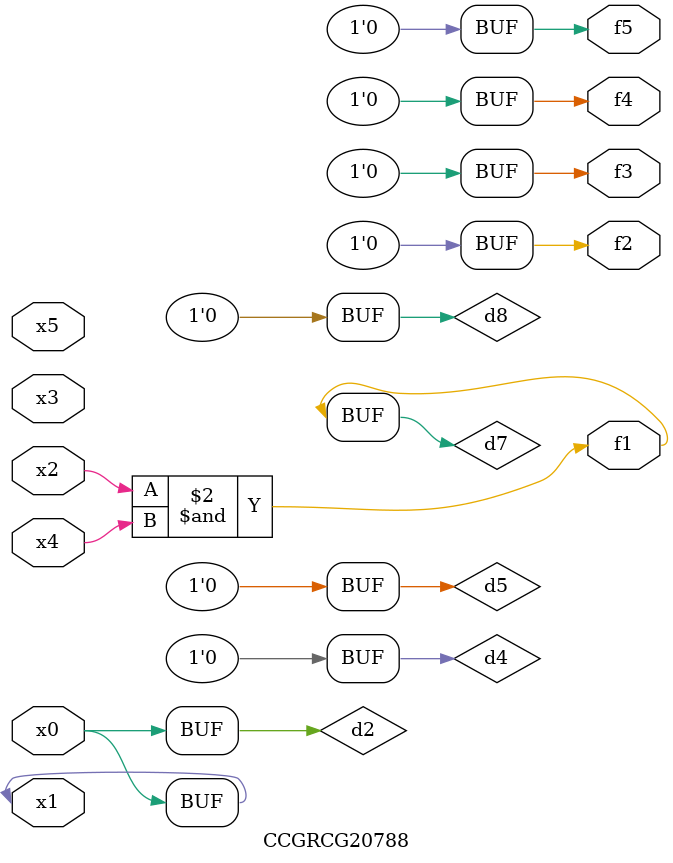
<source format=v>
module CCGRCG20788(
	input x0, x1, x2, x3, x4, x5,
	output f1, f2, f3, f4, f5
);

	wire d1, d2, d3, d4, d5, d6, d7, d8, d9;

	nand (d1, x1);
	buf (d2, x0, x1);
	nand (d3, x2, x4);
	and (d4, d1, d2);
	and (d5, d1, d2);
	nand (d6, d1, d3);
	not (d7, d3);
	xor (d8, d5);
	nor (d9, d5, d6);
	assign f1 = d7;
	assign f2 = d8;
	assign f3 = d8;
	assign f4 = d8;
	assign f5 = d8;
endmodule

</source>
